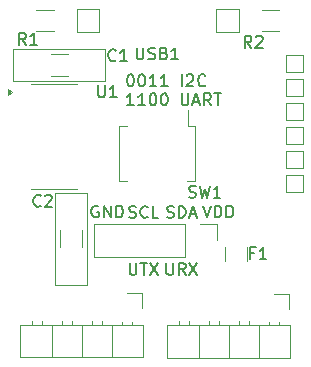
<source format=gbr>
%TF.GenerationSoftware,KiCad,Pcbnew,9.0.5*%
%TF.CreationDate,2025-10-28T13:43:02-04:00*%
%TF.ProjectId,USBC_I2C,55534243-5f49-4324-932e-6b696361645f,rev?*%
%TF.SameCoordinates,Original*%
%TF.FileFunction,Legend,Top*%
%TF.FilePolarity,Positive*%
%FSLAX46Y46*%
G04 Gerber Fmt 4.6, Leading zero omitted, Abs format (unit mm)*
G04 Created by KiCad (PCBNEW 9.0.5) date 2025-10-28 13:43:02*
%MOMM*%
%LPD*%
G01*
G04 APERTURE LIST*
%ADD10C,0.150000*%
%ADD11C,0.120000*%
G04 APERTURE END LIST*
D10*
X100673067Y-74029219D02*
X101006400Y-75029219D01*
X101006400Y-75029219D02*
X101339733Y-74029219D01*
X101673067Y-75029219D02*
X101673067Y-74029219D01*
X101673067Y-74029219D02*
X101911162Y-74029219D01*
X101911162Y-74029219D02*
X102054019Y-74076838D01*
X102054019Y-74076838D02*
X102149257Y-74172076D01*
X102149257Y-74172076D02*
X102196876Y-74267314D01*
X102196876Y-74267314D02*
X102244495Y-74457790D01*
X102244495Y-74457790D02*
X102244495Y-74600647D01*
X102244495Y-74600647D02*
X102196876Y-74791123D01*
X102196876Y-74791123D02*
X102149257Y-74886361D01*
X102149257Y-74886361D02*
X102054019Y-74981600D01*
X102054019Y-74981600D02*
X101911162Y-75029219D01*
X101911162Y-75029219D02*
X101673067Y-75029219D01*
X102673067Y-75029219D02*
X102673067Y-74029219D01*
X102673067Y-74029219D02*
X102911162Y-74029219D01*
X102911162Y-74029219D02*
X103054019Y-74076838D01*
X103054019Y-74076838D02*
X103149257Y-74172076D01*
X103149257Y-74172076D02*
X103196876Y-74267314D01*
X103196876Y-74267314D02*
X103244495Y-74457790D01*
X103244495Y-74457790D02*
X103244495Y-74600647D01*
X103244495Y-74600647D02*
X103196876Y-74791123D01*
X103196876Y-74791123D02*
X103149257Y-74886361D01*
X103149257Y-74886361D02*
X103054019Y-74981600D01*
X103054019Y-74981600D02*
X102911162Y-75029219D01*
X102911162Y-75029219D02*
X102673067Y-75029219D01*
X94440524Y-75005084D02*
X94583381Y-75052703D01*
X94583381Y-75052703D02*
X94821476Y-75052703D01*
X94821476Y-75052703D02*
X94916714Y-75005084D01*
X94916714Y-75005084D02*
X94964333Y-74957464D01*
X94964333Y-74957464D02*
X95011952Y-74862226D01*
X95011952Y-74862226D02*
X95011952Y-74766988D01*
X95011952Y-74766988D02*
X94964333Y-74671750D01*
X94964333Y-74671750D02*
X94916714Y-74624131D01*
X94916714Y-74624131D02*
X94821476Y-74576512D01*
X94821476Y-74576512D02*
X94631000Y-74528893D01*
X94631000Y-74528893D02*
X94535762Y-74481274D01*
X94535762Y-74481274D02*
X94488143Y-74433655D01*
X94488143Y-74433655D02*
X94440524Y-74338417D01*
X94440524Y-74338417D02*
X94440524Y-74243179D01*
X94440524Y-74243179D02*
X94488143Y-74147941D01*
X94488143Y-74147941D02*
X94535762Y-74100322D01*
X94535762Y-74100322D02*
X94631000Y-74052703D01*
X94631000Y-74052703D02*
X94869095Y-74052703D01*
X94869095Y-74052703D02*
X95011952Y-74100322D01*
X96011952Y-74957464D02*
X95964333Y-75005084D01*
X95964333Y-75005084D02*
X95821476Y-75052703D01*
X95821476Y-75052703D02*
X95726238Y-75052703D01*
X95726238Y-75052703D02*
X95583381Y-75005084D01*
X95583381Y-75005084D02*
X95488143Y-74909845D01*
X95488143Y-74909845D02*
X95440524Y-74814607D01*
X95440524Y-74814607D02*
X95392905Y-74624131D01*
X95392905Y-74624131D02*
X95392905Y-74481274D01*
X95392905Y-74481274D02*
X95440524Y-74290798D01*
X95440524Y-74290798D02*
X95488143Y-74195560D01*
X95488143Y-74195560D02*
X95583381Y-74100322D01*
X95583381Y-74100322D02*
X95726238Y-74052703D01*
X95726238Y-74052703D02*
X95821476Y-74052703D01*
X95821476Y-74052703D02*
X95964333Y-74100322D01*
X95964333Y-74100322D02*
X96011952Y-74147941D01*
X96916714Y-75052703D02*
X96440524Y-75052703D01*
X96440524Y-75052703D02*
X96440524Y-74052703D01*
X94488143Y-78882535D02*
X94488143Y-79692058D01*
X94488143Y-79692058D02*
X94535762Y-79787296D01*
X94535762Y-79787296D02*
X94583381Y-79834916D01*
X94583381Y-79834916D02*
X94678619Y-79882535D01*
X94678619Y-79882535D02*
X94869095Y-79882535D01*
X94869095Y-79882535D02*
X94964333Y-79834916D01*
X94964333Y-79834916D02*
X95011952Y-79787296D01*
X95011952Y-79787296D02*
X95059571Y-79692058D01*
X95059571Y-79692058D02*
X95059571Y-78882535D01*
X95392905Y-78882535D02*
X95964333Y-78882535D01*
X95678619Y-79882535D02*
X95678619Y-78882535D01*
X96202429Y-78882535D02*
X96869095Y-79882535D01*
X96869095Y-78882535D02*
X96202429Y-79882535D01*
X91821095Y-74076838D02*
X91725857Y-74029219D01*
X91725857Y-74029219D02*
X91583000Y-74029219D01*
X91583000Y-74029219D02*
X91440143Y-74076838D01*
X91440143Y-74076838D02*
X91344905Y-74172076D01*
X91344905Y-74172076D02*
X91297286Y-74267314D01*
X91297286Y-74267314D02*
X91249667Y-74457790D01*
X91249667Y-74457790D02*
X91249667Y-74600647D01*
X91249667Y-74600647D02*
X91297286Y-74791123D01*
X91297286Y-74791123D02*
X91344905Y-74886361D01*
X91344905Y-74886361D02*
X91440143Y-74981600D01*
X91440143Y-74981600D02*
X91583000Y-75029219D01*
X91583000Y-75029219D02*
X91678238Y-75029219D01*
X91678238Y-75029219D02*
X91821095Y-74981600D01*
X91821095Y-74981600D02*
X91868714Y-74933980D01*
X91868714Y-74933980D02*
X91868714Y-74600647D01*
X91868714Y-74600647D02*
X91678238Y-74600647D01*
X92297286Y-75029219D02*
X92297286Y-74029219D01*
X92297286Y-74029219D02*
X92868714Y-75029219D01*
X92868714Y-75029219D02*
X92868714Y-74029219D01*
X93344905Y-75029219D02*
X93344905Y-74029219D01*
X93344905Y-74029219D02*
X93583000Y-74029219D01*
X93583000Y-74029219D02*
X93725857Y-74076838D01*
X93725857Y-74076838D02*
X93821095Y-74172076D01*
X93821095Y-74172076D02*
X93868714Y-74267314D01*
X93868714Y-74267314D02*
X93916333Y-74457790D01*
X93916333Y-74457790D02*
X93916333Y-74600647D01*
X93916333Y-74600647D02*
X93868714Y-74791123D01*
X93868714Y-74791123D02*
X93821095Y-74886361D01*
X93821095Y-74886361D02*
X93725857Y-74981600D01*
X93725857Y-74981600D02*
X93583000Y-75029219D01*
X93583000Y-75029219D02*
X93344905Y-75029219D01*
X94507255Y-62918875D02*
X94602493Y-62918875D01*
X94602493Y-62918875D02*
X94697731Y-62966494D01*
X94697731Y-62966494D02*
X94745350Y-63014113D01*
X94745350Y-63014113D02*
X94792969Y-63109351D01*
X94792969Y-63109351D02*
X94840588Y-63299827D01*
X94840588Y-63299827D02*
X94840588Y-63537922D01*
X94840588Y-63537922D02*
X94792969Y-63728398D01*
X94792969Y-63728398D02*
X94745350Y-63823636D01*
X94745350Y-63823636D02*
X94697731Y-63871256D01*
X94697731Y-63871256D02*
X94602493Y-63918875D01*
X94602493Y-63918875D02*
X94507255Y-63918875D01*
X94507255Y-63918875D02*
X94412017Y-63871256D01*
X94412017Y-63871256D02*
X94364398Y-63823636D01*
X94364398Y-63823636D02*
X94316779Y-63728398D01*
X94316779Y-63728398D02*
X94269160Y-63537922D01*
X94269160Y-63537922D02*
X94269160Y-63299827D01*
X94269160Y-63299827D02*
X94316779Y-63109351D01*
X94316779Y-63109351D02*
X94364398Y-63014113D01*
X94364398Y-63014113D02*
X94412017Y-62966494D01*
X94412017Y-62966494D02*
X94507255Y-62918875D01*
X95459636Y-62918875D02*
X95554874Y-62918875D01*
X95554874Y-62918875D02*
X95650112Y-62966494D01*
X95650112Y-62966494D02*
X95697731Y-63014113D01*
X95697731Y-63014113D02*
X95745350Y-63109351D01*
X95745350Y-63109351D02*
X95792969Y-63299827D01*
X95792969Y-63299827D02*
X95792969Y-63537922D01*
X95792969Y-63537922D02*
X95745350Y-63728398D01*
X95745350Y-63728398D02*
X95697731Y-63823636D01*
X95697731Y-63823636D02*
X95650112Y-63871256D01*
X95650112Y-63871256D02*
X95554874Y-63918875D01*
X95554874Y-63918875D02*
X95459636Y-63918875D01*
X95459636Y-63918875D02*
X95364398Y-63871256D01*
X95364398Y-63871256D02*
X95316779Y-63823636D01*
X95316779Y-63823636D02*
X95269160Y-63728398D01*
X95269160Y-63728398D02*
X95221541Y-63537922D01*
X95221541Y-63537922D02*
X95221541Y-63299827D01*
X95221541Y-63299827D02*
X95269160Y-63109351D01*
X95269160Y-63109351D02*
X95316779Y-63014113D01*
X95316779Y-63014113D02*
X95364398Y-62966494D01*
X95364398Y-62966494D02*
X95459636Y-62918875D01*
X96745350Y-63918875D02*
X96173922Y-63918875D01*
X96459636Y-63918875D02*
X96459636Y-62918875D01*
X96459636Y-62918875D02*
X96364398Y-63061732D01*
X96364398Y-63061732D02*
X96269160Y-63156970D01*
X96269160Y-63156970D02*
X96173922Y-63204589D01*
X97697731Y-63918875D02*
X97126303Y-63918875D01*
X97412017Y-63918875D02*
X97412017Y-62918875D01*
X97412017Y-62918875D02*
X97316779Y-63061732D01*
X97316779Y-63061732D02*
X97221541Y-63156970D01*
X97221541Y-63156970D02*
X97126303Y-63204589D01*
X98888208Y-63918875D02*
X98888208Y-62918875D01*
X99316779Y-63014113D02*
X99364398Y-62966494D01*
X99364398Y-62966494D02*
X99459636Y-62918875D01*
X99459636Y-62918875D02*
X99697731Y-62918875D01*
X99697731Y-62918875D02*
X99792969Y-62966494D01*
X99792969Y-62966494D02*
X99840588Y-63014113D01*
X99840588Y-63014113D02*
X99888207Y-63109351D01*
X99888207Y-63109351D02*
X99888207Y-63204589D01*
X99888207Y-63204589D02*
X99840588Y-63347446D01*
X99840588Y-63347446D02*
X99269160Y-63918875D01*
X99269160Y-63918875D02*
X99888207Y-63918875D01*
X100888207Y-63823636D02*
X100840588Y-63871256D01*
X100840588Y-63871256D02*
X100697731Y-63918875D01*
X100697731Y-63918875D02*
X100602493Y-63918875D01*
X100602493Y-63918875D02*
X100459636Y-63871256D01*
X100459636Y-63871256D02*
X100364398Y-63776017D01*
X100364398Y-63776017D02*
X100316779Y-63680779D01*
X100316779Y-63680779D02*
X100269160Y-63490303D01*
X100269160Y-63490303D02*
X100269160Y-63347446D01*
X100269160Y-63347446D02*
X100316779Y-63156970D01*
X100316779Y-63156970D02*
X100364398Y-63061732D01*
X100364398Y-63061732D02*
X100459636Y-62966494D01*
X100459636Y-62966494D02*
X100602493Y-62918875D01*
X100602493Y-62918875D02*
X100697731Y-62918875D01*
X100697731Y-62918875D02*
X100840588Y-62966494D01*
X100840588Y-62966494D02*
X100888207Y-63014113D01*
X94840588Y-65528819D02*
X94269160Y-65528819D01*
X94554874Y-65528819D02*
X94554874Y-64528819D01*
X94554874Y-64528819D02*
X94459636Y-64671676D01*
X94459636Y-64671676D02*
X94364398Y-64766914D01*
X94364398Y-64766914D02*
X94269160Y-64814533D01*
X95792969Y-65528819D02*
X95221541Y-65528819D01*
X95507255Y-65528819D02*
X95507255Y-64528819D01*
X95507255Y-64528819D02*
X95412017Y-64671676D01*
X95412017Y-64671676D02*
X95316779Y-64766914D01*
X95316779Y-64766914D02*
X95221541Y-64814533D01*
X96412017Y-64528819D02*
X96507255Y-64528819D01*
X96507255Y-64528819D02*
X96602493Y-64576438D01*
X96602493Y-64576438D02*
X96650112Y-64624057D01*
X96650112Y-64624057D02*
X96697731Y-64719295D01*
X96697731Y-64719295D02*
X96745350Y-64909771D01*
X96745350Y-64909771D02*
X96745350Y-65147866D01*
X96745350Y-65147866D02*
X96697731Y-65338342D01*
X96697731Y-65338342D02*
X96650112Y-65433580D01*
X96650112Y-65433580D02*
X96602493Y-65481200D01*
X96602493Y-65481200D02*
X96507255Y-65528819D01*
X96507255Y-65528819D02*
X96412017Y-65528819D01*
X96412017Y-65528819D02*
X96316779Y-65481200D01*
X96316779Y-65481200D02*
X96269160Y-65433580D01*
X96269160Y-65433580D02*
X96221541Y-65338342D01*
X96221541Y-65338342D02*
X96173922Y-65147866D01*
X96173922Y-65147866D02*
X96173922Y-64909771D01*
X96173922Y-64909771D02*
X96221541Y-64719295D01*
X96221541Y-64719295D02*
X96269160Y-64624057D01*
X96269160Y-64624057D02*
X96316779Y-64576438D01*
X96316779Y-64576438D02*
X96412017Y-64528819D01*
X97364398Y-64528819D02*
X97459636Y-64528819D01*
X97459636Y-64528819D02*
X97554874Y-64576438D01*
X97554874Y-64576438D02*
X97602493Y-64624057D01*
X97602493Y-64624057D02*
X97650112Y-64719295D01*
X97650112Y-64719295D02*
X97697731Y-64909771D01*
X97697731Y-64909771D02*
X97697731Y-65147866D01*
X97697731Y-65147866D02*
X97650112Y-65338342D01*
X97650112Y-65338342D02*
X97602493Y-65433580D01*
X97602493Y-65433580D02*
X97554874Y-65481200D01*
X97554874Y-65481200D02*
X97459636Y-65528819D01*
X97459636Y-65528819D02*
X97364398Y-65528819D01*
X97364398Y-65528819D02*
X97269160Y-65481200D01*
X97269160Y-65481200D02*
X97221541Y-65433580D01*
X97221541Y-65433580D02*
X97173922Y-65338342D01*
X97173922Y-65338342D02*
X97126303Y-65147866D01*
X97126303Y-65147866D02*
X97126303Y-64909771D01*
X97126303Y-64909771D02*
X97173922Y-64719295D01*
X97173922Y-64719295D02*
X97221541Y-64624057D01*
X97221541Y-64624057D02*
X97269160Y-64576438D01*
X97269160Y-64576438D02*
X97364398Y-64528819D01*
X98888208Y-64528819D02*
X98888208Y-65338342D01*
X98888208Y-65338342D02*
X98935827Y-65433580D01*
X98935827Y-65433580D02*
X98983446Y-65481200D01*
X98983446Y-65481200D02*
X99078684Y-65528819D01*
X99078684Y-65528819D02*
X99269160Y-65528819D01*
X99269160Y-65528819D02*
X99364398Y-65481200D01*
X99364398Y-65481200D02*
X99412017Y-65433580D01*
X99412017Y-65433580D02*
X99459636Y-65338342D01*
X99459636Y-65338342D02*
X99459636Y-64528819D01*
X99888208Y-65243104D02*
X100364398Y-65243104D01*
X99792970Y-65528819D02*
X100126303Y-64528819D01*
X100126303Y-64528819D02*
X100459636Y-65528819D01*
X101364398Y-65528819D02*
X101031065Y-65052628D01*
X100792970Y-65528819D02*
X100792970Y-64528819D01*
X100792970Y-64528819D02*
X101173922Y-64528819D01*
X101173922Y-64528819D02*
X101269160Y-64576438D01*
X101269160Y-64576438D02*
X101316779Y-64624057D01*
X101316779Y-64624057D02*
X101364398Y-64719295D01*
X101364398Y-64719295D02*
X101364398Y-64862152D01*
X101364398Y-64862152D02*
X101316779Y-64957390D01*
X101316779Y-64957390D02*
X101269160Y-65005009D01*
X101269160Y-65005009D02*
X101173922Y-65052628D01*
X101173922Y-65052628D02*
X100792970Y-65052628D01*
X101650113Y-64528819D02*
X102221541Y-64528819D01*
X101935827Y-65528819D02*
X101935827Y-64528819D01*
X97642514Y-75005084D02*
X97785371Y-75052703D01*
X97785371Y-75052703D02*
X98023466Y-75052703D01*
X98023466Y-75052703D02*
X98118704Y-75005084D01*
X98118704Y-75005084D02*
X98166323Y-74957464D01*
X98166323Y-74957464D02*
X98213942Y-74862226D01*
X98213942Y-74862226D02*
X98213942Y-74766988D01*
X98213942Y-74766988D02*
X98166323Y-74671750D01*
X98166323Y-74671750D02*
X98118704Y-74624131D01*
X98118704Y-74624131D02*
X98023466Y-74576512D01*
X98023466Y-74576512D02*
X97832990Y-74528893D01*
X97832990Y-74528893D02*
X97737752Y-74481274D01*
X97737752Y-74481274D02*
X97690133Y-74433655D01*
X97690133Y-74433655D02*
X97642514Y-74338417D01*
X97642514Y-74338417D02*
X97642514Y-74243179D01*
X97642514Y-74243179D02*
X97690133Y-74147941D01*
X97690133Y-74147941D02*
X97737752Y-74100322D01*
X97737752Y-74100322D02*
X97832990Y-74052703D01*
X97832990Y-74052703D02*
X98071085Y-74052703D01*
X98071085Y-74052703D02*
X98213942Y-74100322D01*
X98642514Y-75052703D02*
X98642514Y-74052703D01*
X98642514Y-74052703D02*
X98880609Y-74052703D01*
X98880609Y-74052703D02*
X99023466Y-74100322D01*
X99023466Y-74100322D02*
X99118704Y-74195560D01*
X99118704Y-74195560D02*
X99166323Y-74290798D01*
X99166323Y-74290798D02*
X99213942Y-74481274D01*
X99213942Y-74481274D02*
X99213942Y-74624131D01*
X99213942Y-74624131D02*
X99166323Y-74814607D01*
X99166323Y-74814607D02*
X99118704Y-74909845D01*
X99118704Y-74909845D02*
X99023466Y-75005084D01*
X99023466Y-75005084D02*
X98880609Y-75052703D01*
X98880609Y-75052703D02*
X98642514Y-75052703D01*
X99594895Y-74766988D02*
X100071085Y-74766988D01*
X99499657Y-75052703D02*
X99832990Y-74052703D01*
X99832990Y-74052703D02*
X100166323Y-75052703D01*
X97594895Y-78882535D02*
X97594895Y-79692058D01*
X97594895Y-79692058D02*
X97642514Y-79787296D01*
X97642514Y-79787296D02*
X97690133Y-79834916D01*
X97690133Y-79834916D02*
X97785371Y-79882535D01*
X97785371Y-79882535D02*
X97975847Y-79882535D01*
X97975847Y-79882535D02*
X98071085Y-79834916D01*
X98071085Y-79834916D02*
X98118704Y-79787296D01*
X98118704Y-79787296D02*
X98166323Y-79692058D01*
X98166323Y-79692058D02*
X98166323Y-78882535D01*
X99213942Y-79882535D02*
X98880609Y-79406344D01*
X98642514Y-79882535D02*
X98642514Y-78882535D01*
X98642514Y-78882535D02*
X99023466Y-78882535D01*
X99023466Y-78882535D02*
X99118704Y-78930154D01*
X99118704Y-78930154D02*
X99166323Y-78977773D01*
X99166323Y-78977773D02*
X99213942Y-79073011D01*
X99213942Y-79073011D02*
X99213942Y-79215868D01*
X99213942Y-79215868D02*
X99166323Y-79311106D01*
X99166323Y-79311106D02*
X99118704Y-79358725D01*
X99118704Y-79358725D02*
X99023466Y-79406344D01*
X99023466Y-79406344D02*
X98642514Y-79406344D01*
X99547276Y-78882535D02*
X100213942Y-79882535D01*
X100213942Y-78882535D02*
X99547276Y-79882535D01*
X95071905Y-60636819D02*
X95071905Y-61446342D01*
X95071905Y-61446342D02*
X95119524Y-61541580D01*
X95119524Y-61541580D02*
X95167143Y-61589200D01*
X95167143Y-61589200D02*
X95262381Y-61636819D01*
X95262381Y-61636819D02*
X95452857Y-61636819D01*
X95452857Y-61636819D02*
X95548095Y-61589200D01*
X95548095Y-61589200D02*
X95595714Y-61541580D01*
X95595714Y-61541580D02*
X95643333Y-61446342D01*
X95643333Y-61446342D02*
X95643333Y-60636819D01*
X96071905Y-61589200D02*
X96214762Y-61636819D01*
X96214762Y-61636819D02*
X96452857Y-61636819D01*
X96452857Y-61636819D02*
X96548095Y-61589200D01*
X96548095Y-61589200D02*
X96595714Y-61541580D01*
X96595714Y-61541580D02*
X96643333Y-61446342D01*
X96643333Y-61446342D02*
X96643333Y-61351104D01*
X96643333Y-61351104D02*
X96595714Y-61255866D01*
X96595714Y-61255866D02*
X96548095Y-61208247D01*
X96548095Y-61208247D02*
X96452857Y-61160628D01*
X96452857Y-61160628D02*
X96262381Y-61113009D01*
X96262381Y-61113009D02*
X96167143Y-61065390D01*
X96167143Y-61065390D02*
X96119524Y-61017771D01*
X96119524Y-61017771D02*
X96071905Y-60922533D01*
X96071905Y-60922533D02*
X96071905Y-60827295D01*
X96071905Y-60827295D02*
X96119524Y-60732057D01*
X96119524Y-60732057D02*
X96167143Y-60684438D01*
X96167143Y-60684438D02*
X96262381Y-60636819D01*
X96262381Y-60636819D02*
X96500476Y-60636819D01*
X96500476Y-60636819D02*
X96643333Y-60684438D01*
X97405238Y-61113009D02*
X97548095Y-61160628D01*
X97548095Y-61160628D02*
X97595714Y-61208247D01*
X97595714Y-61208247D02*
X97643333Y-61303485D01*
X97643333Y-61303485D02*
X97643333Y-61446342D01*
X97643333Y-61446342D02*
X97595714Y-61541580D01*
X97595714Y-61541580D02*
X97548095Y-61589200D01*
X97548095Y-61589200D02*
X97452857Y-61636819D01*
X97452857Y-61636819D02*
X97071905Y-61636819D01*
X97071905Y-61636819D02*
X97071905Y-60636819D01*
X97071905Y-60636819D02*
X97405238Y-60636819D01*
X97405238Y-60636819D02*
X97500476Y-60684438D01*
X97500476Y-60684438D02*
X97548095Y-60732057D01*
X97548095Y-60732057D02*
X97595714Y-60827295D01*
X97595714Y-60827295D02*
X97595714Y-60922533D01*
X97595714Y-60922533D02*
X97548095Y-61017771D01*
X97548095Y-61017771D02*
X97500476Y-61065390D01*
X97500476Y-61065390D02*
X97405238Y-61113009D01*
X97405238Y-61113009D02*
X97071905Y-61113009D01*
X98595714Y-61636819D02*
X98024286Y-61636819D01*
X98310000Y-61636819D02*
X98310000Y-60636819D01*
X98310000Y-60636819D02*
X98214762Y-60779676D01*
X98214762Y-60779676D02*
X98119524Y-60874914D01*
X98119524Y-60874914D02*
X98024286Y-60922533D01*
X105001666Y-78036009D02*
X104668333Y-78036009D01*
X104668333Y-78559819D02*
X104668333Y-77559819D01*
X104668333Y-77559819D02*
X105144523Y-77559819D01*
X106049285Y-78559819D02*
X105477857Y-78559819D01*
X105763571Y-78559819D02*
X105763571Y-77559819D01*
X105763571Y-77559819D02*
X105668333Y-77702676D01*
X105668333Y-77702676D02*
X105573095Y-77797914D01*
X105573095Y-77797914D02*
X105477857Y-77845533D01*
X86955333Y-74019580D02*
X86907714Y-74067200D01*
X86907714Y-74067200D02*
X86764857Y-74114819D01*
X86764857Y-74114819D02*
X86669619Y-74114819D01*
X86669619Y-74114819D02*
X86526762Y-74067200D01*
X86526762Y-74067200D02*
X86431524Y-73971961D01*
X86431524Y-73971961D02*
X86383905Y-73876723D01*
X86383905Y-73876723D02*
X86336286Y-73686247D01*
X86336286Y-73686247D02*
X86336286Y-73543390D01*
X86336286Y-73543390D02*
X86383905Y-73352914D01*
X86383905Y-73352914D02*
X86431524Y-73257676D01*
X86431524Y-73257676D02*
X86526762Y-73162438D01*
X86526762Y-73162438D02*
X86669619Y-73114819D01*
X86669619Y-73114819D02*
X86764857Y-73114819D01*
X86764857Y-73114819D02*
X86907714Y-73162438D01*
X86907714Y-73162438D02*
X86955333Y-73210057D01*
X87336286Y-73210057D02*
X87383905Y-73162438D01*
X87383905Y-73162438D02*
X87479143Y-73114819D01*
X87479143Y-73114819D02*
X87717238Y-73114819D01*
X87717238Y-73114819D02*
X87812476Y-73162438D01*
X87812476Y-73162438D02*
X87860095Y-73210057D01*
X87860095Y-73210057D02*
X87907714Y-73305295D01*
X87907714Y-73305295D02*
X87907714Y-73400533D01*
X87907714Y-73400533D02*
X87860095Y-73543390D01*
X87860095Y-73543390D02*
X87288667Y-74114819D01*
X87288667Y-74114819D02*
X87907714Y-74114819D01*
X99504667Y-73305200D02*
X99647524Y-73352819D01*
X99647524Y-73352819D02*
X99885619Y-73352819D01*
X99885619Y-73352819D02*
X99980857Y-73305200D01*
X99980857Y-73305200D02*
X100028476Y-73257580D01*
X100028476Y-73257580D02*
X100076095Y-73162342D01*
X100076095Y-73162342D02*
X100076095Y-73067104D01*
X100076095Y-73067104D02*
X100028476Y-72971866D01*
X100028476Y-72971866D02*
X99980857Y-72924247D01*
X99980857Y-72924247D02*
X99885619Y-72876628D01*
X99885619Y-72876628D02*
X99695143Y-72829009D01*
X99695143Y-72829009D02*
X99599905Y-72781390D01*
X99599905Y-72781390D02*
X99552286Y-72733771D01*
X99552286Y-72733771D02*
X99504667Y-72638533D01*
X99504667Y-72638533D02*
X99504667Y-72543295D01*
X99504667Y-72543295D02*
X99552286Y-72448057D01*
X99552286Y-72448057D02*
X99599905Y-72400438D01*
X99599905Y-72400438D02*
X99695143Y-72352819D01*
X99695143Y-72352819D02*
X99933238Y-72352819D01*
X99933238Y-72352819D02*
X100076095Y-72400438D01*
X100409429Y-72352819D02*
X100647524Y-73352819D01*
X100647524Y-73352819D02*
X100838000Y-72638533D01*
X100838000Y-72638533D02*
X101028476Y-73352819D01*
X101028476Y-73352819D02*
X101266572Y-72352819D01*
X102171333Y-73352819D02*
X101599905Y-73352819D01*
X101885619Y-73352819D02*
X101885619Y-72352819D01*
X101885619Y-72352819D02*
X101790381Y-72495676D01*
X101790381Y-72495676D02*
X101695143Y-72590914D01*
X101695143Y-72590914D02*
X101599905Y-72638533D01*
X85685333Y-60398819D02*
X85352000Y-59922628D01*
X85113905Y-60398819D02*
X85113905Y-59398819D01*
X85113905Y-59398819D02*
X85494857Y-59398819D01*
X85494857Y-59398819D02*
X85590095Y-59446438D01*
X85590095Y-59446438D02*
X85637714Y-59494057D01*
X85637714Y-59494057D02*
X85685333Y-59589295D01*
X85685333Y-59589295D02*
X85685333Y-59732152D01*
X85685333Y-59732152D02*
X85637714Y-59827390D01*
X85637714Y-59827390D02*
X85590095Y-59875009D01*
X85590095Y-59875009D02*
X85494857Y-59922628D01*
X85494857Y-59922628D02*
X85113905Y-59922628D01*
X86637714Y-60398819D02*
X86066286Y-60398819D01*
X86352000Y-60398819D02*
X86352000Y-59398819D01*
X86352000Y-59398819D02*
X86256762Y-59541676D01*
X86256762Y-59541676D02*
X86161524Y-59636914D01*
X86161524Y-59636914D02*
X86066286Y-59684533D01*
X93305333Y-61700580D02*
X93257714Y-61748200D01*
X93257714Y-61748200D02*
X93114857Y-61795819D01*
X93114857Y-61795819D02*
X93019619Y-61795819D01*
X93019619Y-61795819D02*
X92876762Y-61748200D01*
X92876762Y-61748200D02*
X92781524Y-61652961D01*
X92781524Y-61652961D02*
X92733905Y-61557723D01*
X92733905Y-61557723D02*
X92686286Y-61367247D01*
X92686286Y-61367247D02*
X92686286Y-61224390D01*
X92686286Y-61224390D02*
X92733905Y-61033914D01*
X92733905Y-61033914D02*
X92781524Y-60938676D01*
X92781524Y-60938676D02*
X92876762Y-60843438D01*
X92876762Y-60843438D02*
X93019619Y-60795819D01*
X93019619Y-60795819D02*
X93114857Y-60795819D01*
X93114857Y-60795819D02*
X93257714Y-60843438D01*
X93257714Y-60843438D02*
X93305333Y-60891057D01*
X94257714Y-61795819D02*
X93686286Y-61795819D01*
X93972000Y-61795819D02*
X93972000Y-60795819D01*
X93972000Y-60795819D02*
X93876762Y-60938676D01*
X93876762Y-60938676D02*
X93781524Y-61033914D01*
X93781524Y-61033914D02*
X93686286Y-61081533D01*
X91821095Y-63843819D02*
X91821095Y-64653342D01*
X91821095Y-64653342D02*
X91868714Y-64748580D01*
X91868714Y-64748580D02*
X91916333Y-64796200D01*
X91916333Y-64796200D02*
X92011571Y-64843819D01*
X92011571Y-64843819D02*
X92202047Y-64843819D01*
X92202047Y-64843819D02*
X92297285Y-64796200D01*
X92297285Y-64796200D02*
X92344904Y-64748580D01*
X92344904Y-64748580D02*
X92392523Y-64653342D01*
X92392523Y-64653342D02*
X92392523Y-63843819D01*
X93392523Y-64843819D02*
X92821095Y-64843819D01*
X93106809Y-64843819D02*
X93106809Y-63843819D01*
X93106809Y-63843819D02*
X93011571Y-63986676D01*
X93011571Y-63986676D02*
X92916333Y-64081914D01*
X92916333Y-64081914D02*
X92821095Y-64129533D01*
X104786133Y-60652819D02*
X104452800Y-60176628D01*
X104214705Y-60652819D02*
X104214705Y-59652819D01*
X104214705Y-59652819D02*
X104595657Y-59652819D01*
X104595657Y-59652819D02*
X104690895Y-59700438D01*
X104690895Y-59700438D02*
X104738514Y-59748057D01*
X104738514Y-59748057D02*
X104786133Y-59843295D01*
X104786133Y-59843295D02*
X104786133Y-59986152D01*
X104786133Y-59986152D02*
X104738514Y-60081390D01*
X104738514Y-60081390D02*
X104690895Y-60129009D01*
X104690895Y-60129009D02*
X104595657Y-60176628D01*
X104595657Y-60176628D02*
X104214705Y-60176628D01*
X105167086Y-59748057D02*
X105214705Y-59700438D01*
X105214705Y-59700438D02*
X105309943Y-59652819D01*
X105309943Y-59652819D02*
X105548038Y-59652819D01*
X105548038Y-59652819D02*
X105643276Y-59700438D01*
X105643276Y-59700438D02*
X105690895Y-59748057D01*
X105690895Y-59748057D02*
X105738514Y-59843295D01*
X105738514Y-59843295D02*
X105738514Y-59938533D01*
X105738514Y-59938533D02*
X105690895Y-60081390D01*
X105690895Y-60081390D02*
X105119467Y-60652819D01*
X105119467Y-60652819D02*
X105738514Y-60652819D01*
D11*
%TO.C,REF\u002A\u002A*%
X85234000Y-84117800D02*
X85234000Y-86877800D01*
X85234000Y-86877800D02*
X95614000Y-86877800D01*
X86184000Y-83805158D02*
X86184000Y-84117800D01*
X87044000Y-83805158D02*
X87044000Y-84117800D01*
X87884000Y-84117800D02*
X87884000Y-86877800D01*
X88724000Y-83805158D02*
X88724000Y-84117800D01*
X89584000Y-83805158D02*
X89584000Y-84117800D01*
X90424000Y-84117800D02*
X90424000Y-86877800D01*
X91264000Y-83805158D02*
X91264000Y-84117800D01*
X92124000Y-83805158D02*
X92124000Y-84117800D01*
X92964000Y-84117800D02*
X92964000Y-86877800D01*
X93804000Y-83887800D02*
X93804000Y-84117800D01*
X94234000Y-81457800D02*
X95504000Y-81457800D01*
X94664000Y-83887800D02*
X94664000Y-84117800D01*
X95504000Y-81457800D02*
X95504000Y-82727800D01*
X95614000Y-84117800D02*
X85234000Y-84117800D01*
X95614000Y-86877800D02*
X95614000Y-84117800D01*
%TO.C,TP3*%
X89987600Y-57415900D02*
X91887600Y-57415900D01*
X89987600Y-59315900D02*
X89987600Y-57415900D01*
X91887600Y-57415900D02*
X91887600Y-59315900D01*
X91887600Y-59315900D02*
X89987600Y-59315900D01*
%TO.C,REF\u002A\u002A*%
X107758000Y-61276000D02*
X109158000Y-61276000D01*
X107758000Y-62676000D02*
X107758000Y-61276000D01*
X109158000Y-61276000D02*
X109158000Y-62676000D01*
X109158000Y-62676000D02*
X107758000Y-62676000D01*
X107758000Y-65340000D02*
X109158000Y-65340000D01*
X107758000Y-66740000D02*
X107758000Y-65340000D01*
X109158000Y-65340000D02*
X109158000Y-66740000D01*
X109158000Y-66740000D02*
X107758000Y-66740000D01*
X91457000Y-75582000D02*
X91457000Y-78342000D01*
X99187000Y-75582000D02*
X91457000Y-75582000D01*
X99187000Y-75582000D02*
X99187000Y-78342000D01*
X99187000Y-78342000D02*
X91457000Y-78342000D01*
X100457000Y-75582000D02*
X101837000Y-75582000D01*
X101837000Y-75582000D02*
X101837000Y-76962000D01*
%TO.C,F1*%
X102595000Y-77502936D02*
X102595000Y-78707064D01*
X104415000Y-77502936D02*
X104415000Y-78707064D01*
%TO.C,TP3*%
X101811300Y-57415900D02*
X103711300Y-57415900D01*
X101811300Y-59315900D02*
X101811300Y-57415900D01*
X103711300Y-57415900D02*
X103711300Y-59315900D01*
X103711300Y-59315900D02*
X101811300Y-59315900D01*
%TO.C,REF\u002A\u002A*%
X107758000Y-63308000D02*
X109158000Y-63308000D01*
X107758000Y-64708000D02*
X107758000Y-63308000D01*
X109158000Y-63308000D02*
X109158000Y-64708000D01*
X109158000Y-64708000D02*
X107758000Y-64708000D01*
X97680000Y-84127000D02*
X97680000Y-86887000D01*
X97680000Y-86887000D02*
X108060000Y-86887000D01*
X98630000Y-83814358D02*
X98630000Y-84127000D01*
X99490000Y-83814358D02*
X99490000Y-84127000D01*
X100330000Y-84127000D02*
X100330000Y-86887000D01*
X101170000Y-83814358D02*
X101170000Y-84127000D01*
X102030000Y-83814358D02*
X102030000Y-84127000D01*
X102870000Y-84127000D02*
X102870000Y-86887000D01*
X103710000Y-83814358D02*
X103710000Y-84127000D01*
X104570000Y-83814358D02*
X104570000Y-84127000D01*
X105410000Y-84127000D02*
X105410000Y-86887000D01*
X106250000Y-83897000D02*
X106250000Y-84127000D01*
X106680000Y-81467000D02*
X107950000Y-81467000D01*
X107110000Y-83897000D02*
X107110000Y-84127000D01*
X107950000Y-81467000D02*
X107950000Y-82737000D01*
X108060000Y-84127000D02*
X97680000Y-84127000D01*
X108060000Y-86887000D02*
X108060000Y-84127000D01*
%TO.C,C2*%
X88165000Y-72985000D02*
X90905000Y-72985000D01*
X88165000Y-80725000D02*
X88165000Y-72985000D01*
X88625000Y-76123748D02*
X88625000Y-77546252D01*
X90445000Y-76123748D02*
X90445000Y-77546252D01*
X90905000Y-72985000D02*
X90905000Y-80725000D01*
X90905000Y-80725000D02*
X88165000Y-80725000D01*
%TO.C,SW1*%
X93575000Y-67286000D02*
X93575000Y-71906000D01*
X93575000Y-67286000D02*
X94285000Y-67286000D01*
X93575000Y-71906000D02*
X94285000Y-71906000D01*
X99395000Y-65896000D02*
X99395000Y-67286000D01*
X100045000Y-67286000D02*
X99395000Y-67286000D01*
X100045000Y-67286000D02*
X100045000Y-71906000D01*
X100045000Y-71906000D02*
X99335000Y-71906000D01*
%TO.C,R1*%
X86587436Y-57459200D02*
X88041564Y-57459200D01*
X86587436Y-59279200D02*
X88041564Y-59279200D01*
%TO.C,C1*%
X84629000Y-60733000D02*
X92369000Y-60733000D01*
X84629000Y-63473000D02*
X84629000Y-60733000D01*
X89230252Y-61193000D02*
X87807748Y-61193000D01*
X89230252Y-63013000D02*
X87807748Y-63013000D01*
X92369000Y-60733000D02*
X92369000Y-63473000D01*
X92369000Y-63473000D02*
X84629000Y-63473000D01*
%TO.C,U1*%
X88073000Y-63764000D02*
X86123000Y-63764000D01*
X88073000Y-63764000D02*
X90023000Y-63764000D01*
X88073000Y-72634000D02*
X86123000Y-72634000D01*
X88073000Y-72634000D02*
X90023000Y-72634000D01*
X84523842Y-64385967D02*
X84193842Y-64625967D01*
X84193842Y-64145967D01*
X84523842Y-64385967D01*
G36*
X84523842Y-64385967D02*
G01*
X84193842Y-64625967D01*
X84193842Y-64145967D01*
X84523842Y-64385967D01*
G37*
%TO.C,REF\u002A\u002A*%
X107758000Y-69404000D02*
X109158000Y-69404000D01*
X107758000Y-70804000D02*
X107758000Y-69404000D01*
X109158000Y-69404000D02*
X109158000Y-70804000D01*
X109158000Y-70804000D02*
X107758000Y-70804000D01*
X107758000Y-71436000D02*
X109158000Y-71436000D01*
X107758000Y-72836000D02*
X107758000Y-71436000D01*
X109158000Y-71436000D02*
X109158000Y-72836000D01*
X109158000Y-72836000D02*
X107758000Y-72836000D01*
%TO.C,R2*%
X107102264Y-57459200D02*
X105648136Y-57459200D01*
X107102264Y-59279200D02*
X105648136Y-59279200D01*
%TO.C,REF\u002A\u002A*%
X107758000Y-67372000D02*
X109158000Y-67372000D01*
X107758000Y-68772000D02*
X107758000Y-67372000D01*
X109158000Y-67372000D02*
X109158000Y-68772000D01*
X109158000Y-68772000D02*
X107758000Y-68772000D01*
%TD*%
M02*

</source>
